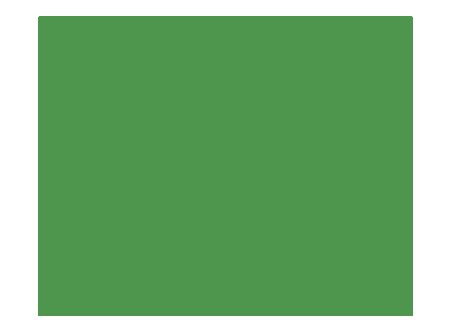
<source format=gbr>
%TF.GenerationSoftware,KiCad,Pcbnew,6.0.3-a3aad9c10e~116~ubuntu20.04.1*%
%TF.CreationDate,2022-03-21T01:27:17-04:00*%
%TF.ProjectId,pcf_0.5in,7063665f-302e-4356-996e-2e6b69636164,-*%
%TF.SameCoordinates,Original*%
%TF.FileFunction,Soldermask,Bot*%
%TF.FilePolarity,Negative*%
%FSLAX46Y46*%
G04 Gerber Fmt 4.6, Leading zero omitted, Abs format (unit mm)*
G04 Created by KiCad (PCBNEW 6.0.3-a3aad9c10e~116~ubuntu20.04.1) date 2022-03-21 01:27:17*
%MOMM*%
%LPD*%
G01*
G04 APERTURE LIST*
%ADD10C,10.287000*%
%ADD11C,5.700000*%
%ADD12C,5.600000*%
%ADD13C,1.524000*%
%ADD14C,1.651000*%
%ADD15R,4.560000X1.500000*%
G04 APERTURE END LIST*
%TO.C,F1*%
D10*
X148018500Y-88900000D02*
G75*
G03*
X148018500Y-88900000I-5143500J0D01*
G01*
%TD*%
D11*
%TO.C,H4*%
X155575000Y-98425000D03*
%TD*%
D12*
%TO.C,H1*%
X130175000Y-98425000D03*
%TD*%
%TO.C,H3*%
X130175000Y-79375000D03*
%TD*%
D13*
%TO.C,F1*%
X142875000Y-88900000D03*
D14*
X147637500Y-88900000D03*
X138112500Y-88900000D03*
%TD*%
D15*
%TO.C,J2*%
X156470000Y-86130000D03*
X156470000Y-91670000D03*
%TD*%
D12*
%TO.C,H2*%
X155575000Y-79375000D03*
%TD*%
D15*
%TO.C,J1*%
X129280000Y-91670000D03*
X129280000Y-86130000D03*
%TD*%
G36*
X158692121Y-76220002D02*
G01*
X158738614Y-76273658D01*
X158750000Y-76326000D01*
X158750000Y-101474000D01*
X158729998Y-101542121D01*
X158676342Y-101588614D01*
X158624000Y-101600000D01*
X127126000Y-101600000D01*
X127057879Y-101579998D01*
X127011386Y-101526342D01*
X127000000Y-101474000D01*
X127000000Y-76326000D01*
X127020002Y-76257879D01*
X127073658Y-76211386D01*
X127126000Y-76200000D01*
X158624000Y-76200000D01*
X158692121Y-76220002D01*
G37*
M02*

</source>
